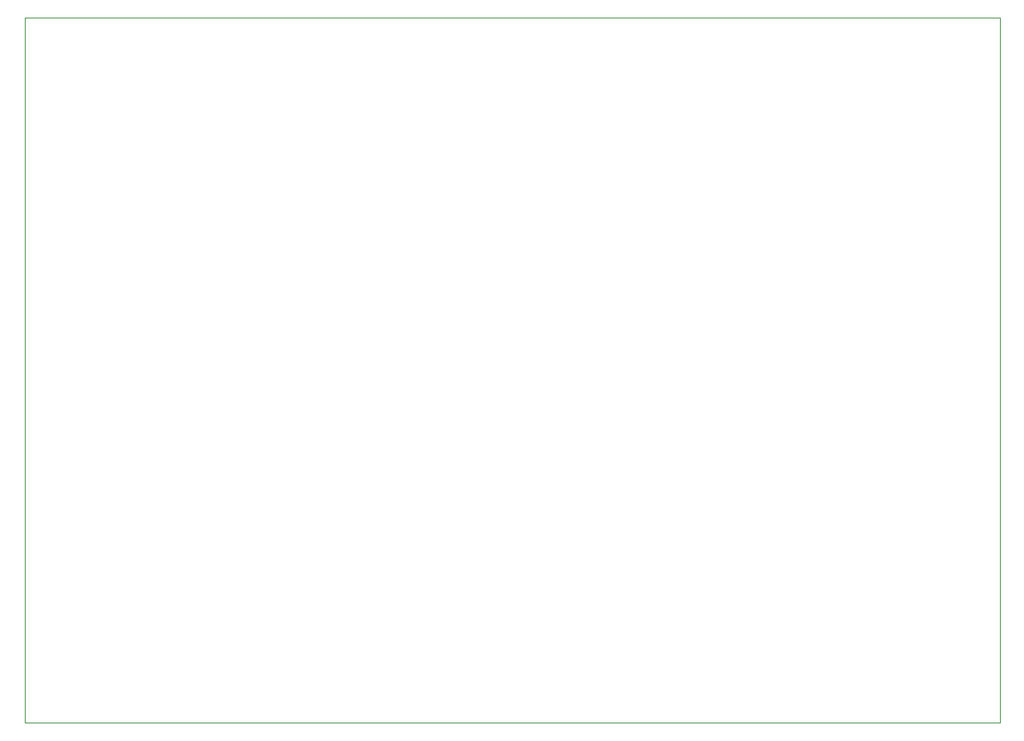
<source format=gko>
%FSTAX43Y43*%
%MOMM*%
%SFA1B1*%

%IPPOS*%
%ADD14C,0.100000*%
%LNshm_pcb-1*%
%LPD*%
G54D14*
X0Y0D02*
X0102999D01*
Y0074499D02*
Y0D01*
X0101999Y0074499D02*
X0102999D01*
X0D02*
X0101999D01*
X0Y0D02*
Y0074499D01*
M02*
</source>
